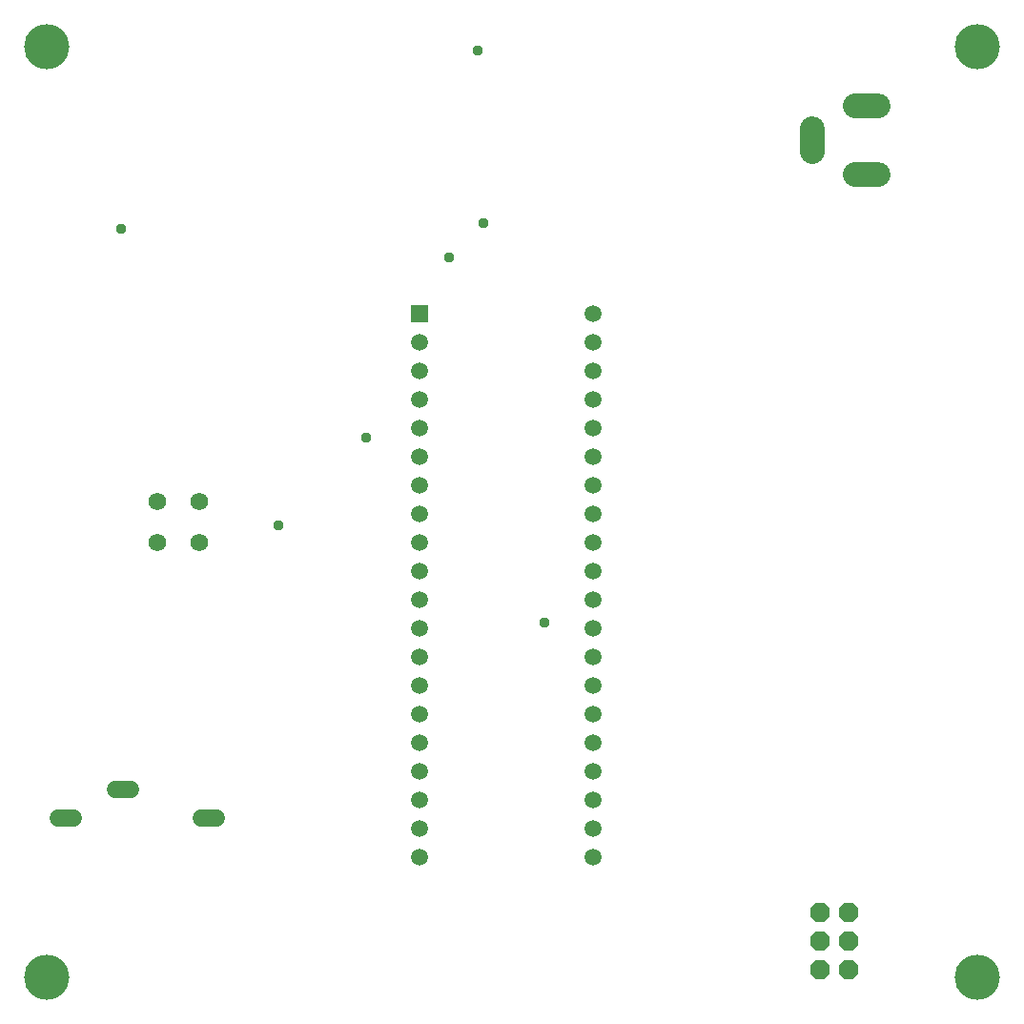
<source format=gbs>
G04 EAGLE Gerber RS-274X export*
G75*
%MOMM*%
%FSLAX34Y34*%
%LPD*%
%INSoldermask Bottom*%
%IPPOS*%
%AMOC8*
5,1,8,0,0,1.08239X$1,22.5*%
G01*
%ADD10C,4.003200*%
%ADD11R,1.495200X1.495200*%
%ADD12C,1.495200*%
%ADD13C,2.203200*%
%ADD14P,1.869504X8X292.500000*%
%ADD15C,1.524000*%
%ADD16C,1.561200*%
%ADD17C,0.959600*%


D10*
X37000Y37000D03*
X863000Y37000D03*
X37000Y863000D03*
X863000Y863000D03*
D11*
X367950Y625700D03*
D12*
X367950Y600300D03*
X367950Y574900D03*
X367950Y549500D03*
X367950Y524100D03*
X367950Y498700D03*
X367950Y473300D03*
X367950Y447900D03*
X367950Y422500D03*
X367950Y397100D03*
X367950Y371700D03*
X367950Y346300D03*
X367950Y320900D03*
X367950Y295500D03*
X367950Y270100D03*
X367950Y244700D03*
X367950Y219300D03*
X367950Y193900D03*
X367950Y168500D03*
X367950Y143100D03*
X522250Y143100D03*
X522250Y168500D03*
X522250Y193900D03*
X522250Y219300D03*
X522250Y244700D03*
X522250Y270100D03*
X522250Y295500D03*
X522250Y320900D03*
X522250Y346300D03*
X522250Y371700D03*
X522250Y397100D03*
X522250Y422500D03*
X522250Y447900D03*
X522250Y473300D03*
X522250Y498700D03*
X522250Y524100D03*
X522250Y549500D03*
X522250Y574900D03*
X522250Y600300D03*
X522250Y625700D03*
D13*
X754700Y749300D02*
X774700Y749300D01*
X774700Y810300D02*
X754700Y810300D01*
X716700Y790300D02*
X716700Y770300D01*
D14*
X723100Y94000D03*
X748500Y94000D03*
X723100Y68600D03*
X748500Y68600D03*
X723100Y43200D03*
X748500Y43200D03*
D15*
X111304Y203500D02*
X98096Y203500D01*
X174296Y178100D02*
X187504Y178100D01*
X60504Y178100D02*
X47296Y178100D01*
D16*
X135400Y459500D03*
X172100Y459500D03*
X135300Y422800D03*
X172100Y422800D03*
D17*
X424180Y706120D03*
X393700Y675640D03*
X419100Y859790D03*
X102870Y701040D03*
X478790Y351790D03*
X320040Y515620D03*
X242570Y438150D03*
M02*

</source>
